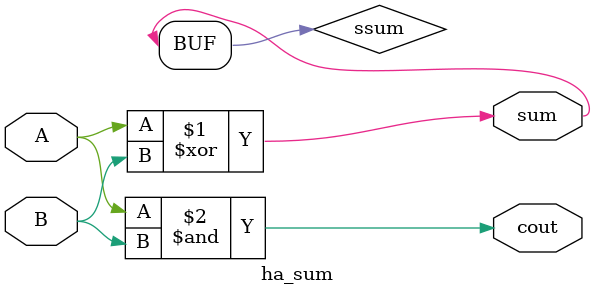
<source format=v>
module ha_sum(output sum, cout, input A, B);
wire ssum;
xor x1(sum, A, B);
and a1 (cout, A, B);
assign ssum=sum;
endmodule

</source>
